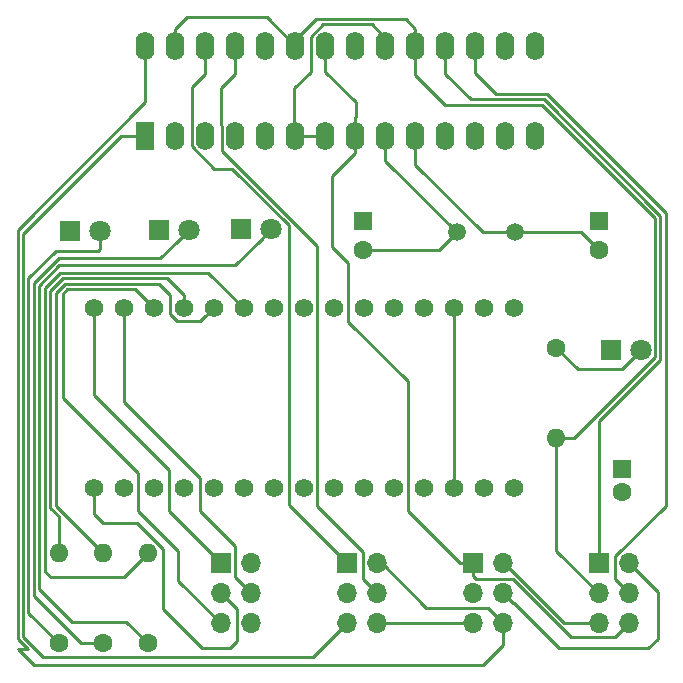
<source format=gbr>
G04 #@! TF.GenerationSoftware,KiCad,Pcbnew,5.1.5+dfsg1-2build2*
G04 #@! TF.CreationDate,2020-09-08T01:32:30-04:00*
G04 #@! TF.ProjectId,multi-avr,6d756c74-692d-4617-9672-2e6b69636164,rev?*
G04 #@! TF.SameCoordinates,Original*
G04 #@! TF.FileFunction,Copper,L1,Top*
G04 #@! TF.FilePolarity,Positive*
%FSLAX46Y46*%
G04 Gerber Fmt 4.6, Leading zero omitted, Abs format (unit mm)*
G04 Created by KiCad (PCBNEW 5.1.5+dfsg1-2build2) date 2020-09-08 01:32:30*
%MOMM*%
%LPD*%
G04 APERTURE LIST*
%ADD10O,1.600000X2.400000*%
%ADD11R,1.600000X2.400000*%
%ADD12O,1.600000X1.600000*%
%ADD13C,1.600000*%
%ADD14C,1.800000*%
%ADD15R,1.800000X1.800000*%
%ADD16R,1.600000X1.600000*%
%ADD17O,1.700000X1.700000*%
%ADD18R,1.700000X1.700000*%
%ADD19C,1.500000*%
%ADD20C,1.574800*%
%ADD21C,0.250000*%
G04 APERTURE END LIST*
D10*
X94597780Y-34215400D03*
X127617780Y-41835400D03*
X97137780Y-34215400D03*
X125077780Y-41835400D03*
X99677780Y-34215400D03*
X122537780Y-41835400D03*
X102217780Y-34215400D03*
X119997780Y-41835400D03*
X104757780Y-34215400D03*
X117457780Y-41835400D03*
X107297780Y-34215400D03*
X114917780Y-41835400D03*
X109837780Y-34215400D03*
X112377780Y-41835400D03*
X112377780Y-34215400D03*
X109837780Y-41835400D03*
X114917780Y-34215400D03*
X107297780Y-41835400D03*
X117457780Y-34215400D03*
X104757780Y-41835400D03*
X119997780Y-34215400D03*
X102217780Y-41835400D03*
X122537780Y-34215400D03*
X99677780Y-41835400D03*
X125077780Y-34215400D03*
X97137780Y-41835400D03*
X127617780Y-34215400D03*
D11*
X94597780Y-41835400D03*
D12*
X129400000Y-67420000D03*
D13*
X129400000Y-59800000D03*
D14*
X136540000Y-60000000D03*
D15*
X134000000Y-60000000D03*
D13*
X133000000Y-51500000D03*
D16*
X133000000Y-49000000D03*
D13*
X113000000Y-51500000D03*
D16*
X113000000Y-49000000D03*
D13*
X135000000Y-72000000D03*
D16*
X135000000Y-70000000D03*
D12*
X94800000Y-77180000D03*
D13*
X94800000Y-84800000D03*
D12*
X91000000Y-77130000D03*
D13*
X91000000Y-84750000D03*
D12*
X87250000Y-77130000D03*
D13*
X87250000Y-84750000D03*
D15*
X102730000Y-49740000D03*
D14*
X105270000Y-49740000D03*
X98260000Y-49810000D03*
D15*
X95720000Y-49810000D03*
D14*
X90800000Y-49890000D03*
D15*
X88260000Y-49890000D03*
D17*
X103540000Y-83080000D03*
X101000000Y-83080000D03*
X103540000Y-80540000D03*
X101000000Y-80540000D03*
X103540000Y-78000000D03*
D18*
X101000000Y-78000000D03*
D17*
X135540000Y-83080000D03*
X133000000Y-83080000D03*
X135540000Y-80540000D03*
X133000000Y-80540000D03*
X135540000Y-78000000D03*
D18*
X133000000Y-78000000D03*
D17*
X124873332Y-83080000D03*
X122333332Y-83080000D03*
X124873332Y-80540000D03*
X122333332Y-80540000D03*
X124873332Y-78000000D03*
D18*
X122333332Y-78000000D03*
D17*
X114206666Y-83080000D03*
X111666666Y-83080000D03*
X114206666Y-80540000D03*
X111666666Y-80540000D03*
X114206666Y-78000000D03*
D18*
X111666666Y-78000000D03*
D19*
X125880000Y-50000000D03*
X121000000Y-50000000D03*
D20*
X90220000Y-56380000D03*
X90220000Y-71620000D03*
X92760000Y-56380000D03*
X92760000Y-71620000D03*
X95300000Y-56380000D03*
X95300000Y-71620000D03*
X97840000Y-56380000D03*
X97840000Y-71620000D03*
X100380000Y-56380000D03*
X100380000Y-71620000D03*
X102920000Y-56380000D03*
X102920000Y-71620000D03*
X105460000Y-56380000D03*
X105460000Y-71620000D03*
X108000000Y-56380000D03*
X108000000Y-71620000D03*
X110540000Y-56380000D03*
X110540000Y-71620000D03*
X113080000Y-56380000D03*
X113080000Y-71620000D03*
X115620000Y-56380000D03*
X115620000Y-71620000D03*
X118160000Y-56380000D03*
X118160000Y-71620000D03*
X120700000Y-56380000D03*
X120700000Y-71620000D03*
X123240000Y-56380000D03*
X123240000Y-71620000D03*
X125780000Y-56380000D03*
X125780000Y-71620000D03*
D21*
X120700000Y-56380000D02*
X120700000Y-71620000D01*
X119500000Y-51500000D02*
X121000000Y-50000000D01*
X113000000Y-51500000D02*
X119500000Y-51500000D01*
X114917780Y-43917780D02*
X121000000Y-50000000D01*
X114917780Y-41835400D02*
X114917780Y-43917780D01*
X131500000Y-50000000D02*
X133000000Y-51500000D01*
X125880000Y-50000000D02*
X131500000Y-50000000D01*
X124819340Y-50000000D02*
X125880000Y-50000000D01*
X123200000Y-50000000D02*
X124819340Y-50000000D01*
X117457780Y-44257780D02*
X123200000Y-50000000D01*
X117457780Y-41835400D02*
X117457780Y-44257780D01*
X106750000Y-73083334D02*
X111666666Y-78000000D01*
X106750000Y-49406998D02*
X106750000Y-73083334D01*
X101941365Y-44598363D02*
X106750000Y-49406998D01*
X100449739Y-44598363D02*
X101941365Y-44598363D01*
X98552770Y-42701394D02*
X100449739Y-44598363D01*
X98552770Y-37725010D02*
X98552770Y-42701394D01*
X99677780Y-36600000D02*
X98552770Y-37725010D01*
X99677780Y-34215400D02*
X99677780Y-36600000D01*
X114206666Y-83080000D02*
X114206666Y-83193334D01*
X114320000Y-83080000D02*
X122333332Y-83080000D01*
X114206666Y-83193334D02*
X114320000Y-83080000D01*
X125000000Y-78000000D02*
X124873332Y-78000000D01*
X130080000Y-83080000D02*
X125000000Y-78000000D01*
X133000000Y-83080000D02*
X130080000Y-83080000D01*
X84250011Y-50149989D02*
X92564600Y-41835400D01*
X84250011Y-84250011D02*
X84250011Y-50149989D01*
X85925001Y-85925001D02*
X84250011Y-84250011D01*
X92564600Y-41835400D02*
X94597780Y-41835400D01*
X108821665Y-85925001D02*
X85925001Y-85925001D01*
X111666666Y-83080000D02*
X108821665Y-85925001D01*
X113031665Y-79364999D02*
X113356667Y-79690001D01*
X109112401Y-73160733D02*
X113031665Y-77079997D01*
X109112401Y-51132988D02*
X109112401Y-73160733D01*
X113356667Y-79690001D02*
X114206666Y-80540000D01*
X101092770Y-40969406D02*
X101092770Y-43113357D01*
X101000000Y-40876636D02*
X101092770Y-40969406D01*
X101000000Y-37800000D02*
X101000000Y-40876636D01*
X113031665Y-77079997D02*
X113031665Y-79364999D01*
X102200000Y-36600000D02*
X101000000Y-37800000D01*
X102200000Y-34233180D02*
X102200000Y-36600000D01*
X101092770Y-43113357D02*
X109112401Y-51132988D01*
X102217780Y-34215400D02*
X102200000Y-34233180D01*
X118750010Y-86649990D02*
X118800000Y-86600000D01*
X85150010Y-86649990D02*
X118750010Y-86649990D01*
X83800000Y-85299980D02*
X85150010Y-86649990D01*
X84663570Y-85299980D02*
X83800000Y-85299980D01*
X83800002Y-84436412D02*
X84663570Y-85299980D01*
X94600000Y-38800000D02*
X94600000Y-39000000D01*
X94597780Y-38797780D02*
X94600000Y-38800000D01*
X83800002Y-49799998D02*
X83800002Y-84436412D01*
X94600000Y-39000000D02*
X83800002Y-49799998D01*
X94597780Y-34215400D02*
X94597780Y-38797780D01*
X123593332Y-81800000D02*
X124873332Y-83080000D01*
X114600000Y-78000000D02*
X118400000Y-81800000D01*
X118400000Y-81800000D02*
X123593332Y-81800000D01*
X114206666Y-78000000D02*
X114600000Y-78000000D01*
X124873332Y-84926668D02*
X124873332Y-83080000D01*
X123150010Y-86649990D02*
X124873332Y-84926668D01*
X118750010Y-86649990D02*
X123150010Y-86649990D01*
X108835400Y-41835400D02*
X109837780Y-41835400D01*
X107297780Y-41835400D02*
X108835400Y-41835400D01*
X138000000Y-80460000D02*
X135540000Y-78000000D01*
X138000000Y-84400000D02*
X138000000Y-80460000D01*
X137200000Y-85200000D02*
X138000000Y-84400000D01*
X129600000Y-85200000D02*
X137200000Y-85200000D01*
X125789999Y-81389999D02*
X129600000Y-85200000D01*
X125723331Y-81389999D02*
X125789999Y-81389999D01*
X124873332Y-80540000D02*
X125723331Y-81389999D01*
X135800000Y-78000000D02*
X135540000Y-78000000D01*
X108347780Y-41835400D02*
X107297780Y-41835400D01*
X107200000Y-41737620D02*
X107297780Y-41835400D01*
X107200000Y-37800000D02*
X107200000Y-41737620D01*
X108600000Y-36400000D02*
X107200000Y-37800000D01*
X108600000Y-33462176D02*
X108600000Y-36400000D01*
X109662176Y-32400000D02*
X108600000Y-33462176D01*
X113800000Y-32400000D02*
X109662176Y-32400000D01*
X114917780Y-33517780D02*
X113800000Y-32400000D01*
X114917780Y-34215400D02*
X114917780Y-33517780D01*
X129400000Y-67420000D02*
X129400000Y-67800000D01*
X129400000Y-76940000D02*
X133000000Y-80540000D01*
X129400000Y-67420000D02*
X129400000Y-76940000D01*
X130531370Y-67420000D02*
X129400000Y-67420000D01*
X130933002Y-67420000D02*
X130531370Y-67420000D01*
X137765001Y-60588001D02*
X130933002Y-67420000D01*
X137765001Y-48765001D02*
X137765001Y-60588001D01*
X128200000Y-39200000D02*
X137765001Y-48765001D01*
X120000000Y-39200000D02*
X128200000Y-39200000D01*
X117457780Y-36657780D02*
X120000000Y-39200000D01*
X117457780Y-34215400D02*
X117457780Y-36657780D01*
X107297780Y-34215400D02*
X106600000Y-33517620D01*
X98103180Y-31800000D02*
X97137780Y-32765400D01*
X97137780Y-32765400D02*
X97137780Y-34215400D01*
X104882380Y-31800000D02*
X98103180Y-31800000D01*
X107297780Y-34215400D02*
X104882380Y-31800000D01*
X109050011Y-31949989D02*
X107297780Y-33702220D01*
X107297780Y-33702220D02*
X107297780Y-34215400D01*
X116642369Y-31949989D02*
X109050011Y-31949989D01*
X117457780Y-32765400D02*
X116642369Y-31949989D01*
X117457780Y-34215400D02*
X117457780Y-32765400D01*
X112377780Y-43285400D02*
X112377780Y-41835400D01*
X110400000Y-51200000D02*
X110400000Y-45263180D01*
X110400000Y-45263180D02*
X112377780Y-43285400D01*
X111800000Y-52600000D02*
X110400000Y-51200000D01*
X116800000Y-62600000D02*
X111800000Y-57600000D01*
X116800000Y-73566668D02*
X116800000Y-62600000D01*
X111800000Y-57600000D02*
X111800000Y-52600000D01*
X121233332Y-78000000D02*
X116800000Y-73566668D01*
X122333332Y-78000000D02*
X121233332Y-78000000D01*
X112400000Y-39000000D02*
X112400000Y-40200000D01*
X112400000Y-40200000D02*
X112377780Y-40222220D01*
X109800000Y-36400000D02*
X112400000Y-39000000D01*
X112377780Y-40222220D02*
X112377780Y-41835400D01*
X109800000Y-34253180D02*
X109800000Y-36400000D01*
X109837780Y-34215400D02*
X109800000Y-34253180D01*
X125728589Y-79364999D02*
X122598331Y-79364999D01*
X134364999Y-84255001D02*
X130618591Y-84255001D01*
X130618591Y-84255001D02*
X125728589Y-79364999D01*
X135540000Y-83080000D02*
X134364999Y-84255001D01*
X122598331Y-79364999D02*
X122333332Y-79100000D01*
X122333332Y-79100000D02*
X122333332Y-78000000D01*
X124299978Y-38299978D02*
X122537780Y-36537780D01*
X135540000Y-80540000D02*
X134364999Y-79364999D01*
X138665023Y-48392201D02*
X128572800Y-38299978D01*
X122537780Y-36537780D02*
X122537780Y-34215400D01*
X134364999Y-79364999D02*
X134364999Y-77435999D01*
X134364999Y-77435999D02*
X138665023Y-73135975D01*
X128572800Y-38299978D02*
X124299978Y-38299978D01*
X138665023Y-73135975D02*
X138665023Y-48392201D01*
X122149989Y-38749989D02*
X119997780Y-36597780D01*
X128386400Y-38749989D02*
X122149989Y-38749989D01*
X138215012Y-48578601D02*
X128386400Y-38749989D01*
X119997780Y-36597780D02*
X119997780Y-34215400D01*
X138215012Y-60774401D02*
X138215012Y-48578601D01*
X133000000Y-65989413D02*
X138215012Y-60774401D01*
X133000000Y-78000000D02*
X133000000Y-65989413D01*
X97840000Y-55266449D02*
X97840000Y-56380000D01*
X96473529Y-53899978D02*
X97840000Y-55266449D01*
X87627200Y-53899978D02*
X96473529Y-53899978D01*
X86549989Y-54977189D02*
X87627200Y-53899978D01*
X87250000Y-74016410D02*
X86549989Y-73316400D01*
X87250000Y-77130000D02*
X87250000Y-74016410D01*
X86549989Y-73316400D02*
X86549989Y-54977189D01*
X87813600Y-54349989D02*
X95749989Y-54349989D01*
X91000000Y-77130000D02*
X87000000Y-73130000D01*
X87000000Y-73130000D02*
X87000000Y-55163589D01*
X99592601Y-57167399D02*
X100380000Y-56380000D01*
X97306047Y-57492401D02*
X99267599Y-57492401D01*
X99267599Y-57492401D02*
X99592601Y-57167399D01*
X87000000Y-55163589D02*
X87813600Y-54349989D01*
X96727599Y-56913953D02*
X97306047Y-57492401D01*
X96727599Y-55327599D02*
X96727599Y-56913953D01*
X95749989Y-54349989D02*
X96727599Y-55327599D01*
X86600000Y-79200000D02*
X92780000Y-79200000D01*
X86124999Y-78724999D02*
X86600000Y-79200000D01*
X86124999Y-73527821D02*
X86124999Y-78724999D01*
X86099978Y-73502800D02*
X86124999Y-73527821D01*
X92780000Y-79200000D02*
X94000001Y-77979999D01*
X86099978Y-54700022D02*
X86099978Y-73502800D01*
X87400000Y-53400000D02*
X86099978Y-54700022D01*
X94000001Y-77979999D02*
X94800000Y-77180000D01*
X99940000Y-53400000D02*
X87400000Y-53400000D01*
X102920000Y-56380000D02*
X99940000Y-53400000D01*
X90800000Y-51400000D02*
X90800000Y-49890000D01*
X90600000Y-51600000D02*
X90800000Y-51400000D01*
X87000000Y-51600000D02*
X90600000Y-51600000D01*
X84700022Y-53899978D02*
X87000000Y-51600000D01*
X84700022Y-82200022D02*
X84700022Y-53899978D01*
X87250000Y-84750000D02*
X84700022Y-82200022D01*
X97360001Y-50709999D02*
X98260000Y-49810000D01*
X85150033Y-54321377D02*
X87271410Y-52200000D01*
X89150000Y-84750000D02*
X85150033Y-80750033D01*
X95870000Y-52200000D02*
X97360001Y-50709999D01*
X87271410Y-52200000D02*
X95870000Y-52200000D01*
X85150033Y-80750033D02*
X85150033Y-54321377D01*
X91000000Y-84750000D02*
X89150000Y-84750000D01*
X104370001Y-50639999D02*
X105270000Y-49740000D01*
X102210000Y-52800000D02*
X104370001Y-50639999D01*
X87307821Y-52800000D02*
X102210000Y-52800000D01*
X85600044Y-54507777D02*
X87307821Y-52800000D01*
X85600044Y-80200044D02*
X85600044Y-54507777D01*
X93000000Y-83000000D02*
X88400000Y-83000000D01*
X88400000Y-83000000D02*
X85600044Y-80200044D01*
X94800000Y-84800000D02*
X93000000Y-83000000D01*
X96600000Y-73600000D02*
X101000000Y-78000000D01*
X96600000Y-70122765D02*
X96600000Y-73600000D01*
X90220000Y-63742765D02*
X96600000Y-70122765D01*
X90220000Y-56380000D02*
X90220000Y-63742765D01*
X101000000Y-80540000D02*
X101000000Y-80800000D01*
X102364999Y-84635001D02*
X102364999Y-81904999D01*
X102364999Y-81904999D02*
X101000000Y-80540000D01*
X101800000Y-85200000D02*
X102364999Y-84635001D01*
X99400000Y-85200000D02*
X101800000Y-85200000D01*
X96085002Y-81885002D02*
X99400000Y-85200000D01*
X96085002Y-76800000D02*
X96085002Y-81885002D01*
X93885002Y-74600000D02*
X96085002Y-76800000D01*
X91000000Y-74600000D02*
X93885002Y-74600000D01*
X90220000Y-73820000D02*
X91000000Y-74600000D01*
X90220000Y-71620000D02*
X90220000Y-73820000D01*
X92800000Y-64400000D02*
X92800000Y-56420000D01*
X99200000Y-70800000D02*
X92800000Y-64400000D01*
X92800000Y-56420000D02*
X92760000Y-56380000D01*
X99200000Y-73600000D02*
X99200000Y-70800000D01*
X102175001Y-76575001D02*
X99200000Y-73600000D01*
X102175001Y-79175001D02*
X102175001Y-76575001D01*
X103540000Y-80540000D02*
X102175001Y-79175001D01*
X94512601Y-55592601D02*
X95300000Y-56380000D01*
X93720000Y-54800000D02*
X94512601Y-55592601D01*
X87600000Y-55200000D02*
X88000000Y-54800000D01*
X94000000Y-70400000D02*
X87600000Y-64000000D01*
X88000000Y-54800000D02*
X93720000Y-54800000D01*
X87600000Y-64000000D02*
X87600000Y-55200000D01*
X94000000Y-73600000D02*
X94000000Y-70400000D01*
X97400000Y-79480000D02*
X97400000Y-77000000D01*
X97400000Y-77000000D02*
X94000000Y-73600000D01*
X101000000Y-83080000D02*
X97400000Y-79480000D01*
X135640001Y-60899999D02*
X136540000Y-60000000D01*
X134940000Y-61600000D02*
X135640001Y-60899999D01*
X131200000Y-61600000D02*
X134940000Y-61600000D01*
X129400000Y-59800000D02*
X131200000Y-61600000D01*
M02*

</source>
